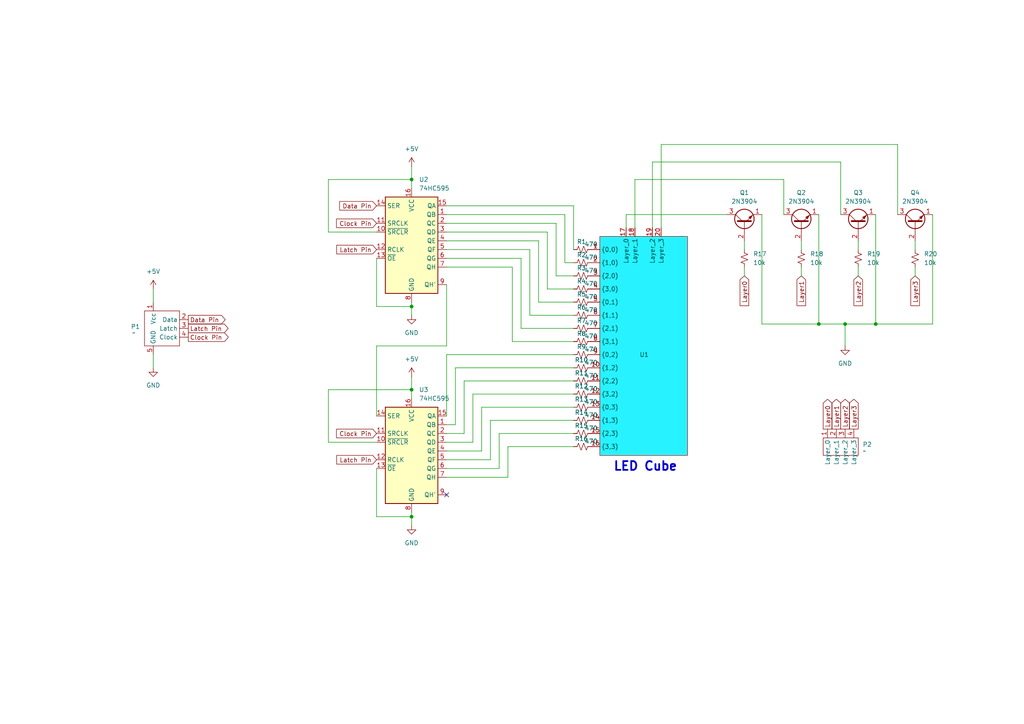
<source format=kicad_sch>
(kicad_sch (version 20250114) (generator "eeschema") (generator_version "9.0")
  (paper "A4")
  (lib_symbols
    (symbol "74xx:74HC595"
      (property "Reference" "U" (at -7.62 13.97 0))
      (property "Value" "74HC595" (at -7.62 -16.51 0))
      (symbol "74HC595_1_0"
        (pin input line (at -10.16 10.16 0) (length 2.54) (name "SER") (number "14"))
        (pin input line (at -10.16 5.08 0) (length 2.54) (name "SRCLK") (number "11"))
        (pin input line (at -10.16 2.54 0) (length 2.54) (name "~{SRCLR}") (number "10"))
        (pin input line (at -10.16 -2.54 0) (length 2.54) (name "RCLK") (number "12"))
        (pin input line (at -10.16 -5.08 0) (length 2.54) (name "~{OE}") (number "13"))
        (pin power_in line (at 0 15.24 270) (length 2.54) (name "VCC") (number "16"))
        (pin power_in line (at 0 -17.78 90) (length 2.54) (name "GND") (number "8"))
        (pin tri_state line (at 10.16 10.16 180) (length 2.54) (name "QA") (number "15"))
        (pin tri_state line (at 10.16 7.62 180) (length 2.54) (name "QB") (number "1"))
        (pin tri_state line (at 10.16 5.08 180) (length 2.54) (name "QC") (number "2"))
        (pin tri_state line (at 10.16 2.54 180) (length 2.54) (name "QD") (number "3"))
        (pin tri_state line (at 10.16 0 180) (length 2.54) (name "QE") (number "4"))
        (pin tri_state line (at 10.16 -2.54 180) (length 2.54) (name "QF") (number "5"))
        (pin tri_state line (at 10.16 -5.08 180) (length 2.54) (name "QG") (number "6"))
        (pin tri_state line (at 10.16 -7.62 180) (length 2.54) (name "QH") (number "7"))
        (pin output line (at 10.16 -12.7 180) (length 2.54) (name "QH'") (number "9"))
      )
      (symbol "74HC595_1_1"
        (rectangle (start -7.62 12.7) (end 7.62 -15.24) (stroke (width 0.254)) (fill (type background)))
      )
    )
    (symbol "Device:R_Small_US" (pin_numbers (hide yes)) (pin_names (offset 0.254) (hide yes))
      (property "Reference" "R" (at 0.762 0.508 0))
      (property "Value" "R_Small_US" (at 0.762 -1.016 0))
      (symbol "R_Small_US_1_1"
        (polyline (pts (xy 0 1.524) (xy 1.016 1.143) (xy 0 0.762) (xy -1.016 0.381) (xy 0 0)))
        (polyline (pts (xy 0 0) (xy 1.016 -0.381) (xy 0 -0.762) (xy -1.016 -1.143) (xy 0 -1.524)))
        (pin passive line (at 0 2.54 270) (length 1.016) (name "~") (number "1"))
        (pin passive line (at 0 -2.54 90) (length 1.016) (name "~") (number "2"))
      )
    )
    (symbol "LED Cube:LED_Cube"
      (property "Reference" "U1" (at 1.524 0 0))
      (property "Value" "~" (at -13.97 1.27 0))
      (symbol "LED_Cube_1_1"
        (rectangle (start -12.7 34.29) (end 12.7 -29.21) (fill (type color) (color 39 242 255 1)))
        (pin input line (at -15.24 30.48 0) (length 2.54) (name "(0,0)") (number "1"))
        (pin input line (at -15.24 26.67 0) (length 2.54) (name "(1,0)") (number "2"))
        (pin input line (at -15.24 22.86 0) (length 2.54) (name "(2,0)") (number "3"))
        (pin input line (at -15.24 19.05 0) (length 2.54) (name "(3,0)") (number "4"))
        (pin input line (at -15.24 15.24 0) (length 2.54) (name "(0,1)") (number "5"))
        (pin input line (at -15.24 11.43 0) (length 2.54) (name "(1,1)") (number "6"))
        (pin input line (at -15.24 7.62 0) (length 2.54) (name "(2,1)") (number "7"))
        (pin input line (at -15.24 3.81 0) (length 2.54) (name "(3,1)") (number "8"))
        (pin input line (at -15.24 0 0) (length 2.54) (name "(0,2)") (number "9"))
        (pin input line (at -15.24 -3.81 0) (length 2.54) (name "(1,2)") (number "10"))
        (pin input line (at -15.24 -7.62 0) (length 2.54) (name "(2,2)") (number "11"))
        (pin input line (at -15.24 -11.43 0) (length 2.54) (name "(3,2)") (number "12"))
        (pin input line (at -15.24 -15.24 0) (length 2.54) (name "(0,3)") (number "13"))
        (pin input line (at -15.24 -19.05 0) (length 2.54) (name "(1,3)") (number "14"))
        (pin input line (at -15.24 -22.86 0) (length 2.54) (name "(2,3)") (number "15"))
        (pin input line (at -15.24 -26.67 0) (length 2.54) (name "(3,3)") (number "16"))
        (pin output line (at -5.08 36.83 270) (length 2.54) (name "Layer_0") (number "17"))
        (pin output line (at -2.54 36.83 270) (length 2.54) (name "Layer_1") (number "18"))
        (pin output line (at 2.54 36.83 270) (length 2.54) (name "Layer_2") (number "19"))
        (pin output line (at 5.08 36.83 270) (length 2.54) (name "Layer_3") (number "20"))
      )
    )
    (symbol "LED Cube:Layer_Pin_Connections"
      (property "Reference" "P" (at 0 0 0))
      (symbol "Layer_Pin_Connections_0_1"
        (rectangle (start -5.08 2.54) (end 5.08 -2.54))
      )
      (symbol "Layer_Pin_Connections_1_1"
        (pin output line (at -3.81 5.08 270) (length 2.54) (name "Layer_0") (number "1"))
        (pin output line (at -1.27 5.08 270) (length 2.54) (name "Layer_1") (number "2"))
        (pin output line (at 1.27 5.08 270) (length 2.54) (name "Layer_2") (number "3"))
        (pin output line (at 3.81 5.08 270) (length 2.54) (name "Layer_3") (number "4"))
      )
    )
    (symbol "LED Cube:Pin_Connections"
      (property "Reference" "P1" (at -6.35 0.508 0))
      (property "Value" "~" (at -7.62 -1.27 0))
      (symbol "Pin_Connections_0_1"
        (rectangle (start -5.08 5.08) (end 5.08 -5.08))
      )
      (symbol "Pin_Connections_1_1"
        (pin power_out line (at -2.54 7.62 270) (length 2.54) (name "Vcc") (number "1"))
        (pin power_out line (at -2.54 -7.62 90) (length 2.54) (name "GND") (number "5"))
        (pin input line (at 7.62 2.54 180) (length 2.54) (name "Data") (number "2"))
        (pin input line (at 7.62 0 180) (length 2.54) (name "Latch") (number "3"))
        (pin input line (at 7.62 -2.54 180) (length 2.54) (name "Clock") (number "4"))
      )
    )
    (symbol "Transistor_BJT:2N3904" (pin_names (offset 0) (hide yes))
      (property "Reference" "Q" (at 5.08 1.905 0))
      (property "Value" "2N3904" (at 5.08 0 0))
      (symbol "2N3904_0_1"
        (polyline (pts (xy -2.54 0) (xy 0.635 0)))
        (polyline (pts (xy 0.635 1.905) (xy 0.635 -1.905)) (stroke (width 0.508)))
        (circle (center 1.27 0) (radius 2.8194) (stroke (width 0.254)))
      )
      (symbol "2N3904_1_1"
        (polyline (pts (xy 0.635 0.635) (xy 2.54 2.54)))
        (polyline (pts (xy 0.635 -0.635) (xy 2.54 -2.54)))
        (polyline (pts (xy 1.27 -1.778) (xy 1.778 -1.27) (xy 2.286 -2.286) (xy 1.27 -1.778)) (fill (type outline)))
        (pin input line (at -5.08 0 0) (length 2.54) (name "B") (number "2"))
        (pin passive line (at 2.54 5.08 270) (length 2.54) (name "C") (number "3"))
        (pin passive line (at 2.54 -5.08 90) (length 2.54) (name "E") (number "1"))
      )
    )
    (symbol "power:+5V" (power) (pin_numbers (hide yes)) (pin_names (offset 0) (hide yes))
      (property "Value" "+5V" (at 0 3.556 0))
      (symbol "+5V_0_1"
        (polyline (pts (xy -0.762 1.27) (xy 0 2.54)))
        (polyline (pts (xy 0 2.54) (xy 0.762 1.27)))
        (polyline (pts (xy 0 0) (xy 0 2.54)))
      )
      (symbol "+5V_1_1"
        (pin power_in line (at 0 0 90) (length 0) (name "~") (number "1"))
      )
    )
    (symbol "power:GND" (power) (pin_numbers (hide yes)) (pin_names (offset 0) (hide yes))
      (property "Value" "GND" (at 0 -3.81 0))
      (symbol "GND_0_1"
        (polyline (pts (xy 0 0) (xy 0 -1.27) (xy 1.27 -1.27) (xy 0 -2.54) (xy -1.27 -1.27) (xy 0 -1.27)))
      )
      (symbol "GND_1_1"
        (pin power_in line (at 0 0 270) (length 0) (name "~") (number "1"))
      )
    )
  )
  (text "LED Cube" (at 187.198 135.382 0) (effects (font (size 2.54 2.54) (thickness 0.508) (bold yes))))
  (junction (at 119.38 149.86))
  (junction (at 237.49 93.98))
  (junction (at 119.38 52.07))
  (junction (at 245.11 93.98))
  (junction (at 119.38 88.9))
  (junction (at 119.38 113.03))
  (junction (at 254 93.98))
  (no_connect (at 129.54 143.51))
  (wire (pts (xy 132.08 123.19) (xy 132.08 106.68)))
  (wire (pts (xy 129.54 120.65) (xy 129.54 102.87)))
  (wire (pts (xy 44.45 106.68) (xy 44.45 102.87)))
  (wire (pts (xy 129.54 100.33) (xy 109.22 100.33)))
  (wire (pts (xy 132.08 106.68) (xy 166.37 106.68)))
  (wire (pts (xy 129.54 125.73) (xy 134.62 125.73)))
  (wire (pts (xy 151.13 74.93) (xy 151.13 95.25)))
  (wire (pts (xy 147.32 138.43) (xy 147.32 129.54)))
  (wire (pts (xy 215.9 80.01) (xy 215.9 77.47)))
  (wire (pts (xy 265.43 72.39) (xy 265.43 69.85)))
  (wire (pts (xy 227.33 52.07) (xy 227.33 62.23)))
  (wire (pts (xy 129.54 69.85) (xy 156.21 69.85)))
  (wire (pts (xy 129.54 82.55) (xy 129.54 100.33)))
  (wire (pts (xy 129.54 64.77) (xy 161.29 64.77)))
  (wire (pts (xy 129.54 135.89) (xy 144.78 135.89)))
  (wire (pts (xy 232.41 80.01) (xy 232.41 77.47)))
  (wire (pts (xy 95.25 52.07) (xy 119.38 52.07)))
  (wire (pts (xy 181.61 62.23) (xy 210.82 62.23)))
  (wire (pts (xy 220.98 62.23) (xy 220.98 93.98)))
  (wire (pts (xy 129.54 123.19) (xy 132.08 123.19)))
  (wire (pts (xy 245.11 100.33) (xy 245.11 93.98)))
  (wire (pts (xy 254 93.98) (xy 245.11 93.98)))
  (wire (pts (xy 129.54 62.23) (xy 163.83 62.23)))
  (wire (pts (xy 151.13 95.25) (xy 166.37 95.25)))
  (wire (pts (xy 260.35 41.91) (xy 260.35 62.23)))
  (wire (pts (xy 109.22 88.9) (xy 119.38 88.9)))
  (wire (pts (xy 254 62.23) (xy 254 93.98)))
  (wire (pts (xy 119.38 48.26) (xy 119.38 52.07)))
  (wire (pts (xy 156.21 69.85) (xy 156.21 87.63)))
  (wire (pts (xy 95.25 128.27) (xy 95.25 113.03)))
  (wire (pts (xy 265.43 80.01) (xy 265.43 77.47)))
  (wire (pts (xy 119.38 88.9) (xy 119.38 87.63)))
  (wire (pts (xy 158.75 67.31) (xy 158.75 83.82)))
  (wire (pts (xy 148.59 77.47) (xy 148.59 99.06)))
  (wire (pts (xy 134.62 110.49) (xy 166.37 110.49)))
  (wire (pts (xy 139.7 130.81) (xy 139.7 118.11)))
  (wire (pts (xy 134.62 125.73) (xy 134.62 110.49)))
  (wire (pts (xy 248.92 80.01) (xy 248.92 77.47)))
  (wire (pts (xy 129.54 59.69) (xy 166.37 59.69)))
  (wire (pts (xy 184.15 66.04) (xy 184.15 52.07)))
  (wire (pts (xy 189.23 66.04) (xy 189.23 46.99)))
  (wire (pts (xy 248.92 72.39) (xy 248.92 69.85)))
  (wire (pts (xy 156.21 87.63) (xy 166.37 87.63)))
  (wire (pts (xy 153.67 72.39) (xy 153.67 91.44)))
  (wire (pts (xy 220.98 93.98) (xy 237.49 93.98)))
  (wire (pts (xy 237.49 93.98) (xy 245.11 93.98)))
  (wire (pts (xy 109.22 128.27) (xy 95.25 128.27)))
  (wire (pts (xy 144.78 135.89) (xy 144.78 125.73)))
  (wire (pts (xy 109.22 100.33) (xy 109.22 120.65)))
  (wire (pts (xy 109.22 67.31) (xy 95.25 67.31)))
  (wire (pts (xy 166.37 59.69) (xy 166.37 72.39)))
  (wire (pts (xy 137.16 128.27) (xy 137.16 114.3)))
  (wire (pts (xy 129.54 102.87) (xy 166.37 102.87)))
  (wire (pts (xy 189.23 46.99) (xy 243.84 46.99)))
  (wire (pts (xy 44.45 83.82) (xy 44.45 87.63)))
  (wire (pts (xy 181.61 66.04) (xy 181.61 62.23)))
  (wire (pts (xy 191.77 41.91) (xy 260.35 41.91)))
  (wire (pts (xy 148.59 99.06) (xy 166.37 99.06)))
  (wire (pts (xy 119.38 91.44) (xy 119.38 88.9)))
  (wire (pts (xy 109.22 74.93) (xy 109.22 88.9)))
  (wire (pts (xy 142.24 121.92) (xy 166.37 121.92)))
  (wire (pts (xy 232.41 72.39) (xy 232.41 69.85)))
  (wire (pts (xy 95.25 67.31) (xy 95.25 52.07)))
  (wire (pts (xy 95.25 113.03) (xy 119.38 113.03)))
  (wire (pts (xy 191.77 66.04) (xy 191.77 41.91)))
  (wire (pts (xy 184.15 52.07) (xy 227.33 52.07)))
  (wire (pts (xy 119.38 113.03) (xy 119.38 115.57)))
  (wire (pts (xy 163.83 62.23) (xy 163.83 76.2)))
  (wire (pts (xy 129.54 72.39) (xy 153.67 72.39)))
  (wire (pts (xy 270.51 62.23) (xy 270.51 93.98)))
  (wire (pts (xy 137.16 114.3) (xy 166.37 114.3)))
  (wire (pts (xy 144.78 125.73) (xy 166.37 125.73)))
  (wire (pts (xy 129.54 133.35) (xy 142.24 133.35)))
  (wire (pts (xy 109.22 149.86) (xy 119.38 149.86)))
  (wire (pts (xy 129.54 77.47) (xy 148.59 77.47)))
  (wire (pts (xy 119.38 52.07) (xy 119.38 54.61)))
  (wire (pts (xy 243.84 46.99) (xy 243.84 62.23)))
  (wire (pts (xy 161.29 64.77) (xy 161.29 80.01)))
  (wire (pts (xy 129.54 128.27) (xy 137.16 128.27)))
  (wire (pts (xy 142.24 133.35) (xy 142.24 121.92)))
  (wire (pts (xy 161.29 80.01) (xy 166.37 80.01)))
  (wire (pts (xy 147.32 129.54) (xy 166.37 129.54)))
  (wire (pts (xy 237.49 62.23) (xy 237.49 93.98)))
  (wire (pts (xy 109.22 135.89) (xy 109.22 149.86)))
  (wire (pts (xy 215.9 72.39) (xy 215.9 69.85)))
  (wire (pts (xy 129.54 74.93) (xy 151.13 74.93)))
  (wire (pts (xy 129.54 67.31) (xy 158.75 67.31)))
  (wire (pts (xy 119.38 152.4) (xy 119.38 149.86)))
  (wire (pts (xy 129.54 138.43) (xy 147.32 138.43)))
  (wire (pts (xy 158.75 83.82) (xy 166.37 83.82)))
  (wire (pts (xy 119.38 149.86) (xy 119.38 148.59)))
  (wire (pts (xy 129.54 130.81) (xy 139.7 130.81)))
  (wire (pts (xy 153.67 91.44) (xy 166.37 91.44)))
  (wire (pts (xy 139.7 118.11) (xy 166.37 118.11)))
  (wire (pts (xy 163.83 76.2) (xy 166.37 76.2)))
  (wire (pts (xy 119.38 109.22) (xy 119.38 113.03)))
  (wire (pts (xy 270.51 93.98) (xy 254 93.98)))
  (global_label "Clock Pin" (shape output) (at 54.61 97.79 0) (property "Intersheetrefs" "${INTERSHEET_REFS}" (effects (hide yes))))
  (global_label "Layer3" (shape input) (at 265.43 80.01 270) (property "Intersheetrefs" "${INTERSHEET_REFS}" (effects (hide yes))))
  (global_label "Data Pin" (shape output) (at 54.61 92.71 0) (property "Intersheetrefs" "${INTERSHEET_REFS}" (effects (hide yes))))
  (global_label "Clock Pin" (shape input) (at 109.22 125.73 180) (property "Intersheetrefs" "${INTERSHEET_REFS}" (effects (hide yes))))
  (global_label "Layer2" (shape input) (at 248.92 80.01 270) (property "Intersheetrefs" "${INTERSHEET_REFS}" (effects (hide yes))))
  (global_label "Layer2" (shape output) (at 245.11 124.46 90) (property "Intersheetrefs" "${INTERSHEET_REFS}" (effects (hide yes))))
  (global_label "Layer3" (shape output) (at 247.65 124.46 90) (property "Intersheetrefs" "${INTERSHEET_REFS}" (effects (hide yes))))
  (global_label "Layer1" (shape output) (at 242.57 124.46 90) (property "Intersheetrefs" "${INTERSHEET_REFS}" (effects (hide yes))))
  (global_label "Layer0" (shape input) (at 215.9 80.01 270) (property "Intersheetrefs" "${INTERSHEET_REFS}" (effects (hide yes))))
  (global_label "Data Pin" (shape input) (at 109.22 59.69 180) (property "Intersheetrefs" "${INTERSHEET_REFS}" (effects (hide yes))))
  (global_label "Layer1" (shape input) (at 232.41 80.01 270) (property "Intersheetrefs" "${INTERSHEET_REFS}" (effects (hide yes))))
  (global_label "Latch Pin" (shape input) (at 109.22 72.39 180) (property "Intersheetrefs" "${INTERSHEET_REFS}" (effects (hide yes))))
  (global_label "Latch Pin" (shape input) (at 109.22 133.35 180) (property "Intersheetrefs" "${INTERSHEET_REFS}" (effects (hide yes))))
  (global_label "Layer0" (shape output) (at 240.03 124.46 90) (property "Intersheetrefs" "${INTERSHEET_REFS}" (effects (hide yes))))
  (global_label "Clock Pin" (shape input) (at 109.22 64.77 180) (property "Intersheetrefs" "${INTERSHEET_REFS}" (effects (hide yes))))
  (global_label "Latch Pin" (shape output) (at 54.61 95.25 0) (property "Intersheetrefs" "${INTERSHEET_REFS}" (effects (hide yes))))
  (symbol (lib_id "Device:R_Small_US") (at 168.91 99.06 90) (unit 1)
    (property "Reference" "R8" (at 168.656 96.774 90))
    (property "Value" "470" (at 171.45 97.536 90))
    (property "Footprint" "Resistor_THT:R_Axial_DIN0207_L6.3mm_D2.5mm_P7.62mm_Horizontal" (effects (hide yes)))
    (property "Description" "Resistor, small US symbol" (effects (hide yes)))
  )
  (symbol (lib_id "Transistor_BJT:2N3904") (at 248.92 64.77 90) (unit 1)
    (property "Reference" "Q3" (at 248.92 55.88 90))
    (property "Value" "2N3904" (at 248.92 58.42 90))
    (property "Footprint" "Package_TO_SOT_THT:TO-92_Inline" (effects (hide yes)))
    (property "Datasheet" "https://www.onsemi.com/pub/Collateral/2N3903-D.PDF" (effects (hide yes)))
    (property "Description" "0.2A Ic, 40V Vce, Small Signal NPN Transistor, TO-92" (effects (hide yes)))
  )
  (symbol (lib_id "Device:R_Small_US") (at 168.91 72.39 90) (unit 1)
    (property "Reference" "R1" (at 168.656 70.104 90))
    (property "Value" "470" (at 171.45 70.866 90))
    (property "Footprint" "Resistor_THT:R_Axial_DIN0207_L6.3mm_D2.5mm_P7.62mm_Horizontal" (effects (hide yes)))
    (property "Description" "Resistor, small US symbol" (effects (hide yes)))
  )
  (symbol (lib_id "power:GND") (at 44.45 106.68 0) (unit 1)
    (property "Reference" "#PWR07" (effects (hide yes)))
    (property "Value" "GND" (at 44.45 111.76 0))
    (property "Description" "Power symbol creates a global label with name \"GND\" , ground" (effects (hide yes)))
  )
  (symbol (lib_id "Transistor_BJT:2N3904") (at 232.41 64.77 90) (unit 1)
    (property "Reference" "Q2" (at 232.41 55.88 90))
    (property "Value" "2N3904" (at 232.41 58.42 90))
    (property "Footprint" "Package_TO_SOT_THT:TO-92_Inline" (effects (hide yes)))
    (property "Datasheet" "https://www.onsemi.com/pub/Collateral/2N3903-D.PDF" (effects (hide yes)))
    (property "Description" "0.2A Ic, 40V Vce, Small Signal NPN Transistor, TO-92" (effects (hide yes)))
  )
  (symbol (lib_id "Device:R_Small_US") (at 168.91 118.11 90) (unit 1)
    (property "Reference" "R13" (at 168.656 115.824 90))
    (property "Value" "470" (at 171.45 116.586 90))
    (property "Footprint" "Resistor_THT:R_Axial_DIN0207_L6.3mm_D2.5mm_P7.62mm_Horizontal" (effects (hide yes)))
    (property "Description" "Resistor, small US symbol" (effects (hide yes)))
  )
  (symbol (lib_id "Device:R_Small_US") (at 168.91 114.3 90) (unit 1)
    (property "Reference" "R12" (at 168.656 112.014 90))
    (property "Value" "470" (at 171.45 112.776 90))
    (property "Footprint" "Resistor_THT:R_Axial_DIN0207_L6.3mm_D2.5mm_P7.62mm_Horizontal" (effects (hide yes)))
    (property "Description" "Resistor, small US symbol" (effects (hide yes)))
  )
  (symbol (lib_id "Transistor_BJT:2N3904") (at 265.43 64.77 90) (unit 1)
    (property "Reference" "Q4" (at 265.43 55.88 90))
    (property "Value" "2N3904" (at 265.43 58.42 90))
    (property "Footprint" "Package_TO_SOT_THT:TO-92_Inline" (effects (hide yes)))
    (property "Datasheet" "https://www.onsemi.com/pub/Collateral/2N3903-D.PDF" (effects (hide yes)))
    (property "Description" "0.2A Ic, 40V Vce, Small Signal NPN Transistor, TO-92" (effects (hide yes)))
  )
  (symbol (lib_id "Device:R_Small_US") (at 168.91 121.92 90) (unit 1)
    (property "Reference" "R14" (at 168.656 119.634 90))
    (property "Value" "470" (at 171.45 120.396 90))
    (property "Footprint" "Resistor_THT:R_Axial_DIN0207_L6.3mm_D2.5mm_P7.62mm_Horizontal" (effects (hide yes)))
    (property "Description" "Resistor, small US symbol" (effects (hide yes)))
  )
  (symbol (lib_id "power:+5V") (at 44.45 83.82 0) (unit 1)
    (property "Reference" "#PWR06" (effects (hide yes)))
    (property "Value" "+5V" (at 44.45 78.74 0))
    (property "Description" "Power symbol creates a global label with name \"+5V\"" (effects (hide yes)))
  )
  (symbol (lib_id "Device:R_Small_US") (at 168.91 129.54 90) (unit 1)
    (property "Reference" "R16" (at 168.656 127.254 90))
    (property "Value" "470" (at 171.45 128.016 90))
    (property "Footprint" "Resistor_THT:R_Axial_DIN0207_L6.3mm_D2.5mm_P7.62mm_Horizontal" (effects (hide yes)))
    (property "Description" "Resistor, small US symbol" (effects (hide yes)))
  )
  (symbol (lib_id "Device:R_Small_US") (at 168.91 76.2 90) (unit 1)
    (property "Reference" "R2" (at 168.656 73.914 90))
    (property "Value" "470" (at 171.45 74.676 90))
    (property "Footprint" "Resistor_THT:R_Axial_DIN0207_L6.3mm_D2.5mm_P7.62mm_Horizontal" (effects (hide yes)))
    (property "Description" "Resistor, small US symbol" (effects (hide yes)))
  )
  (symbol (lib_id "Device:R_Small_US") (at 168.91 125.73 90) (unit 1)
    (property "Reference" "R15" (at 168.656 123.444 90))
    (property "Value" "470" (at 171.45 124.206 90))
    (property "Footprint" "Resistor_THT:R_Axial_DIN0207_L6.3mm_D2.5mm_P7.62mm_Horizontal" (effects (hide yes)))
    (property "Description" "Resistor, small US symbol" (effects (hide yes)))
  )
  (symbol (lib_id "Transistor_BJT:2N3904") (at 215.9 64.77 90) (unit 1)
    (property "Reference" "Q1" (at 215.9 55.88 90))
    (property "Value" "2N3904" (at 215.9 58.42 90))
    (property "Footprint" "Package_TO_SOT_THT:TO-92_Inline" (effects (hide yes)))
    (property "Datasheet" "https://www.onsemi.com/pub/Collateral/2N3903-D.PDF" (effects (hide yes)))
    (property "Description" "0.2A Ic, 40V Vce, Small Signal NPN Transistor, TO-92" (effects (hide yes)))
  )
  (symbol (lib_id "power:GND") (at 245.11 100.33 0) (unit 1)
    (property "Reference" "#PWR01" (effects (hide yes)))
    (property "Value" "GND" (at 245.11 105.41 0))
    (property "Description" "Power symbol creates a global label with name \"GND\" , ground" (effects (hide yes)))
  )
  (symbol (lib_id "Device:R_Small_US") (at 168.91 95.25 90) (unit 1)
    (property "Reference" "R7" (at 168.656 92.964 90))
    (property "Value" "470" (at 171.45 93.726 90))
    (property "Footprint" "Resistor_THT:R_Axial_DIN0207_L6.3mm_D2.5mm_P7.62mm_Horizontal" (effects (hide yes)))
    (property "Description" "Resistor, small US symbol" (effects (hide yes)))
  )
  (symbol (lib_id "Device:R_Small_US") (at 265.43 74.93 0) (unit 1)
    (property "Reference" "R20" (at 267.97 73.6599 0) (effects (justify left)))
    (property "Value" "10k" (at 267.97 76.1999 0) (effects (justify left)))
    (property "Footprint" "Resistor_THT:R_Axial_DIN0207_L6.3mm_D2.5mm_P7.62mm_Horizontal" (effects (hide yes)))
    (property "Description" "Resistor, small US symbol" (effects (hide yes)))
  )
  (symbol (lib_id "Device:R_Small_US") (at 168.91 87.63 90) (unit 1)
    (property "Reference" "R5" (at 168.656 85.344 90))
    (property "Value" "470" (at 171.45 86.106 90))
    (property "Footprint" "Resistor_THT:R_Axial_DIN0207_L6.3mm_D2.5mm_P7.62mm_Horizontal" (effects (hide yes)))
    (property "Description" "Resistor, small US symbol" (effects (hide yes)))
  )
  (symbol (lib_id "LED Cube:Pin_Connections") (at 46.99 95.25 0) (unit 1)
    (property "Reference" "P1" (at 40.64 94.742 0) (effects (justify right)))
    (property "Value" "~" (at 39.37 96.52 0) (effects (justify right)))
    (property "Footprint" "LED_Cube:Input_Pin_Connections" (effects (hide yes)))
  )
  (symbol (lib_id "74xx:74HC595") (at 119.38 130.81 0) (unit 1)
    (property "Reference" "U3" (at 121.5233 113.03 0) (effects (justify left)))
    (property "Value" "74HC595" (at 121.5233 115.57 0) (effects (justify left)))
    (property "Footprint" "ICs:74HC595 Shift Register" (effects (hide yes)))
    (property "Datasheet" "http://www.ti.com/lit/ds/symlink/sn74hc595.pdf" (effects (hide yes)))
    (property "Description" "8-bit serial in/out Shift Register 3-State Outputs" (effects (hide yes)))
  )
  (symbol (lib_id "Device:R_Small_US") (at 168.91 102.87 90) (unit 1)
    (property "Reference" "R9" (at 168.656 100.584 90))
    (property "Value" "470" (at 171.45 101.346 90))
    (property "Footprint" "Resistor_THT:R_Axial_DIN0207_L6.3mm_D2.5mm_P7.62mm_Horizontal" (effects (hide yes)))
    (property "Description" "Resistor, small US symbol" (effects (hide yes)))
  )
  (symbol (lib_id "Device:R_Small_US") (at 215.9 74.93 0) (unit 1)
    (property "Reference" "R17" (at 218.44 73.6599 0) (effects (justify left)))
    (property "Value" "10k" (at 218.44 76.1999 0) (effects (justify left)))
    (property "Footprint" "Resistor_THT:R_Axial_DIN0207_L6.3mm_D2.5mm_P7.62mm_Horizontal" (effects (hide yes)))
    (property "Description" "Resistor, small US symbol" (effects (hide yes)))
  )
  (symbol (lib_id "Device:R_Small_US") (at 168.91 110.49 90) (unit 1)
    (property "Reference" "R11" (at 168.656 108.204 90))
    (property "Value" "470" (at 171.45 108.966 90))
    (property "Footprint" "Resistor_THT:R_Axial_DIN0207_L6.3mm_D2.5mm_P7.62mm_Horizontal" (effects (hide yes)))
    (property "Description" "Resistor, small US symbol" (effects (hide yes)))
  )
  (symbol (lib_id "power:GND") (at 119.38 91.44 0) (unit 1)
    (property "Reference" "#PWR02" (effects (hide yes)))
    (property "Value" "GND" (at 119.38 96.52 0))
    (property "Description" "Power symbol creates a global label with name \"GND\" , ground" (effects (hide yes)))
  )
  (symbol (lib_id "Device:R_Small_US") (at 168.91 80.01 90) (unit 1)
    (property "Reference" "R3" (at 168.656 77.724 90))
    (property "Value" "470" (at 171.45 78.486 90))
    (property "Footprint" "Resistor_THT:R_Axial_DIN0207_L6.3mm_D2.5mm_P7.62mm_Horizontal" (effects (hide yes)))
    (property "Description" "Resistor, small US symbol" (effects (hide yes)))
  )
  (symbol (lib_id "power:GND") (at 119.38 152.4 0) (unit 1)
    (property "Reference" "#PWR03" (effects (hide yes)))
    (property "Value" "GND" (at 119.38 157.48 0))
    (property "Description" "Power symbol creates a global label with name \"GND\" , ground" (effects (hide yes)))
  )
  (symbol (lib_id "Device:R_Small_US") (at 168.91 83.82 90) (unit 1)
    (property "Reference" "R4" (at 168.656 81.534 90))
    (property "Value" "470" (at 171.45 82.296 90))
    (property "Footprint" "Resistor_THT:R_Axial_DIN0207_L6.3mm_D2.5mm_P7.62mm_Horizontal" (effects (hide yes)))
    (property "Description" "Resistor, small US symbol" (effects (hide yes)))
  )
  (symbol (lib_id "LED Cube:Layer_Pin_Connections") (at 243.84 129.54 0) (unit 1)
    (property "Reference" "P2" (at 250.19 128.9049 0) (effects (justify left)))
    (property "Value" "~" (at 250.19 130.81 0) (effects (justify left)))
    (property "Footprint" "LED_Cube:Layer_Pin_Connections" (effects (hide yes)))
  )
  (symbol (lib_id "Device:R_Small_US") (at 168.91 106.68 90) (unit 1)
    (property "Reference" "R10" (at 168.656 104.394 90))
    (property "Value" "470" (at 171.45 105.156 90))
    (property "Footprint" "Resistor_THT:R_Axial_DIN0207_L6.3mm_D2.5mm_P7.62mm_Horizontal" (effects (hide yes)))
    (property "Description" "Resistor, small US symbol" (effects (hide yes)))
  )
  (symbol (lib_id "Device:R_Small_US") (at 168.91 91.44 90) (unit 1)
    (property "Reference" "R6" (at 168.656 89.154 90))
    (property "Value" "470" (at 171.45 89.916 90))
    (property "Footprint" "Resistor_THT:R_Axial_DIN0207_L6.3mm_D2.5mm_P7.62mm_Horizontal" (effects (hide yes)))
    (property "Description" "Resistor, small US symbol" (effects (hide yes)))
  )
  (symbol (lib_id "power:+5V") (at 119.38 48.26 0) (unit 1)
    (property "Reference" "#PWR04" (effects (hide yes)))
    (property "Value" "+5V" (at 119.38 43.18 0))
    (property "Description" "Power symbol creates a global label with name \"+5V\"" (effects (hide yes)))
  )
  (symbol (lib_id "LED Cube:LED_Cube") (at 186.69 102.87 0) (unit 1)
    (property "Reference" "U1" (at 188.214 102.87 0) (effects (justify right)))
    (property "Value" "~" (at 172.72 101.6 0) (effects (justify right)))
    (property "Footprint" "LED_Cube:LED_Cube" (effects (hide yes)))
  )
  (symbol (lib_id "74xx:74HC595") (at 119.38 69.85 0) (unit 1)
    (property "Reference" "U2" (at 121.5233 52.07 0) (effects (justify left)))
    (property "Value" "74HC595" (at 121.5233 54.61 0) (effects (justify left)))
    (property "Footprint" "ICs:74HC595 Shift Register" (effects (hide yes)))
    (property "Datasheet" "http://www.ti.com/lit/ds/symlink/sn74hc595.pdf" (effects (hide yes)))
    (property "Description" "8-bit serial in/out Shift Register 3-State Outputs" (effects (hide yes)))
  )
  (symbol (lib_id "Device:R_Small_US") (at 248.92 74.93 0) (unit 1)
    (property "Reference" "R19" (at 251.46 73.6599 0) (effects (justify left)))
    (property "Value" "10k" (at 251.46 76.1999 0) (effects (justify left)))
    (property "Footprint" "Resistor_THT:R_Axial_DIN0207_L6.3mm_D2.5mm_P7.62mm_Horizontal" (effects (hide yes)))
    (property "Description" "Resistor, small US symbol" (effects (hide yes)))
  )
  (symbol (lib_id "Device:R_Small_US") (at 232.41 74.93 0) (unit 1)
    (property "Reference" "R18" (at 234.95 73.6599 0) (effects (justify left)))
    (property "Value" "10k" (at 234.95 76.1999 0) (effects (justify left)))
    (property "Footprint" "Resistor_THT:R_Axial_DIN0207_L6.3mm_D2.5mm_P7.62mm_Horizontal" (effects (hide yes)))
    (property "Description" "Resistor, small US symbol" (effects (hide yes)))
  )
  (symbol (lib_id "power:+5V") (at 119.38 109.22 0) (unit 1)
    (property "Reference" "#PWR05" (effects (hide yes)))
    (property "Value" "+5V" (at 119.38 104.14 0))
    (property "Description" "Power symbol creates a global label with name \"+5V\"" (effects (hide yes)))
  )
)
</source>
